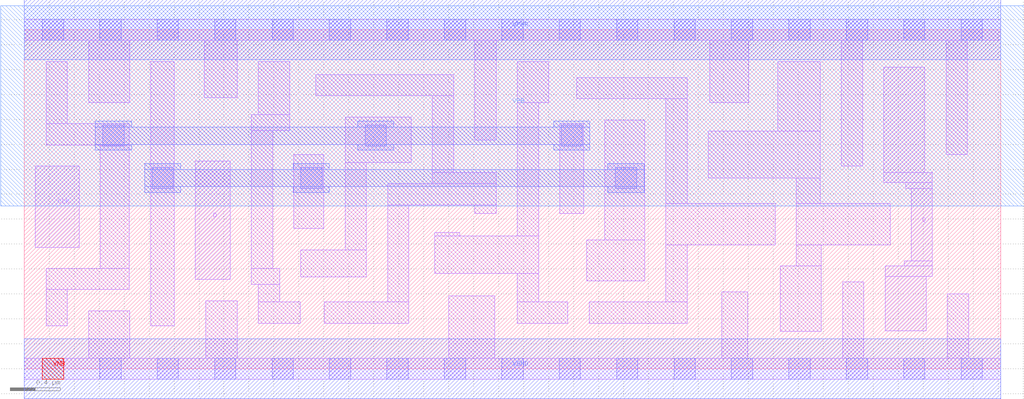
<source format=lef>
# Copyright 2020 The SkyWater PDK Authors
#
# Licensed under the Apache License, Version 2.0 (the "License");
# you may not use this file except in compliance with the License.
# You may obtain a copy of the License at
#
#     https://www.apache.org/licenses/LICENSE-2.0
#
# Unless required by applicable law or agreed to in writing, software
# distributed under the License is distributed on an "AS IS" BASIS,
# WITHOUT WARRANTIES OR CONDITIONS OF ANY KIND, either express or implied.
# See the License for the specific language governing permissions and
# limitations under the License.
#
# SPDX-License-Identifier: Apache-2.0

VERSION 5.7 ;
  NOWIREEXTENSIONATPIN ON ;
  DIVIDERCHAR "/" ;
  BUSBITCHARS "[]" ;
MACRO sky130_fd_sc_hd__dfxtp_2
  CLASS CORE ;
  FOREIGN sky130_fd_sc_hd__dfxtp_2 ;
  ORIGIN  0.000000  0.000000 ;
  SIZE  7.820000 BY  2.720000 ;
  SYMMETRY X Y R90 ;
  SITE unithd ;
  PIN D
    ANTENNAGATEAREA  0.126000 ;
    DIRECTION INPUT ;
    USE SIGNAL ;
    PORT
      LAYER li1 ;
        RECT 1.370000 0.715000 1.650000 1.665000 ;
    END
  END D
  PIN Q
    ANTENNADIFFAREA  0.445500 ;
    DIRECTION OUTPUT ;
    USE SIGNAL ;
    PORT
      LAYER li1 ;
        RECT 6.885000 1.495000 7.275000 1.575000 ;
        RECT 6.885000 1.575000 7.215000 2.420000 ;
        RECT 6.895000 0.305000 7.225000 0.740000 ;
        RECT 6.895000 0.740000 7.275000 0.825000 ;
        RECT 7.050000 0.825000 7.275000 0.865000 ;
        RECT 7.060000 1.445000 7.275000 1.495000 ;
        RECT 7.105000 0.865000 7.275000 1.445000 ;
    END
  END Q
  PIN VNB
    PORT
      LAYER pwell ;
        RECT 0.145000 -0.085000 0.315000 0.085000 ;
    END
  END VNB
  PIN VPB
    PORT
      LAYER nwell ;
        RECT -0.190000 1.305000 8.010000 2.910000 ;
    END
  END VPB
  PIN CLK
    ANTENNAGATEAREA  0.159000 ;
    DIRECTION INPUT ;
    USE CLOCK ;
    PORT
      LAYER li1 ;
        RECT 0.090000 0.975000 0.440000 1.625000 ;
    END
  END CLK
  PIN VGND
    DIRECTION INOUT ;
    SHAPE ABUTMENT ;
    USE GROUND ;
    PORT
      LAYER met1 ;
        RECT 0.000000 -0.240000 7.820000 0.240000 ;
    END
  END VGND
  PIN VPWR
    DIRECTION INOUT ;
    SHAPE ABUTMENT ;
    USE POWER ;
    PORT
      LAYER met1 ;
        RECT 0.000000 2.480000 7.820000 2.960000 ;
    END
  END VPWR
  OBS
    LAYER li1 ;
      RECT 0.000000 -0.085000 7.820000 0.085000 ;
      RECT 0.000000  2.635000 7.820000 2.805000 ;
      RECT 0.175000  0.345000 0.345000 0.635000 ;
      RECT 0.175000  0.635000 0.840000 0.805000 ;
      RECT 0.175000  1.795000 0.840000 1.965000 ;
      RECT 0.175000  1.965000 0.345000 2.465000 ;
      RECT 0.515000  0.085000 0.845000 0.465000 ;
      RECT 0.515000  2.135000 0.845000 2.635000 ;
      RECT 0.610000  0.805000 0.840000 1.795000 ;
      RECT 1.015000  0.345000 1.200000 2.465000 ;
      RECT 1.440000  2.175000 1.705000 2.635000 ;
      RECT 1.455000  0.085000 1.705000 0.545000 ;
      RECT 1.820000  0.675000 2.045000 0.805000 ;
      RECT 1.820000  0.805000 1.990000 1.910000 ;
      RECT 1.820000  1.910000 2.125000 2.040000 ;
      RECT 1.875000  0.365000 2.210000 0.535000 ;
      RECT 1.875000  0.535000 2.045000 0.675000 ;
      RECT 1.875000  2.040000 2.125000 2.465000 ;
      RECT 2.160000  1.125000 2.400000 1.720000 ;
      RECT 2.215000  0.735000 2.740000 0.955000 ;
      RECT 2.335000  2.190000 3.440000 2.360000 ;
      RECT 2.405000  0.365000 3.080000 0.535000 ;
      RECT 2.570000  0.955000 2.740000 1.655000 ;
      RECT 2.570000  1.655000 3.100000 2.020000 ;
      RECT 2.910000  0.535000 3.080000 1.315000 ;
      RECT 2.910000  1.315000 3.780000 1.485000 ;
      RECT 3.270000  1.485000 3.780000 1.575000 ;
      RECT 3.270000  1.575000 3.440000 2.190000 ;
      RECT 3.290000  0.765000 4.120000 1.065000 ;
      RECT 3.290000  1.065000 3.490000 1.095000 ;
      RECT 3.400000  0.085000 3.770000 0.585000 ;
      RECT 3.610000  1.245000 3.780000 1.315000 ;
      RECT 3.610000  1.835000 3.780000 2.635000 ;
      RECT 3.950000  0.365000 4.355000 0.535000 ;
      RECT 3.950000  0.535000 4.120000 0.765000 ;
      RECT 3.950000  1.065000 4.120000 2.135000 ;
      RECT 3.950000  2.135000 4.200000 2.465000 ;
      RECT 4.290000  1.245000 4.480000 1.965000 ;
      RECT 4.425000  2.165000 5.310000 2.335000 ;
      RECT 4.505000  0.705000 4.970000 1.035000 ;
      RECT 4.525000  0.365000 5.310000 0.535000 ;
      RECT 4.650000  1.035000 4.970000 1.995000 ;
      RECT 5.140000  0.535000 5.310000 0.995000 ;
      RECT 5.140000  0.995000 6.015000 1.325000 ;
      RECT 5.140000  1.325000 5.310000 2.165000 ;
      RECT 5.480000  1.530000 6.375000 1.905000 ;
      RECT 5.490000  2.135000 5.805000 2.635000 ;
      RECT 5.585000  0.085000 5.795000 0.615000 ;
      RECT 6.035000  1.905000 6.375000 2.465000 ;
      RECT 6.055000  0.300000 6.385000 0.825000 ;
      RECT 6.185000  0.825000 6.385000 0.995000 ;
      RECT 6.185000  0.995000 6.935000 1.325000 ;
      RECT 6.185000  1.325000 6.375000 1.530000 ;
      RECT 6.545000  1.625000 6.715000 2.635000 ;
      RECT 6.555000  0.085000 6.725000 0.695000 ;
      RECT 7.385000  1.720000 7.555000 2.635000 ;
      RECT 7.395000  0.085000 7.565000 0.600000 ;
    LAYER mcon ;
      RECT 0.145000 -0.085000 0.315000 0.085000 ;
      RECT 0.145000  2.635000 0.315000 2.805000 ;
      RECT 0.605000 -0.085000 0.775000 0.085000 ;
      RECT 0.605000  2.635000 0.775000 2.805000 ;
      RECT 0.630000  1.785000 0.800000 1.955000 ;
      RECT 1.025000  1.445000 1.195000 1.615000 ;
      RECT 1.065000 -0.085000 1.235000 0.085000 ;
      RECT 1.065000  2.635000 1.235000 2.805000 ;
      RECT 1.525000 -0.085000 1.695000 0.085000 ;
      RECT 1.525000  2.635000 1.695000 2.805000 ;
      RECT 1.985000 -0.085000 2.155000 0.085000 ;
      RECT 1.985000  2.635000 2.155000 2.805000 ;
      RECT 2.215000  1.445000 2.385000 1.615000 ;
      RECT 2.445000 -0.085000 2.615000 0.085000 ;
      RECT 2.445000  2.635000 2.615000 2.805000 ;
      RECT 2.730000  1.785000 2.900000 1.955000 ;
      RECT 2.905000 -0.085000 3.075000 0.085000 ;
      RECT 2.905000  2.635000 3.075000 2.805000 ;
      RECT 3.365000 -0.085000 3.535000 0.085000 ;
      RECT 3.365000  2.635000 3.535000 2.805000 ;
      RECT 3.825000 -0.085000 3.995000 0.085000 ;
      RECT 3.825000  2.635000 3.995000 2.805000 ;
      RECT 4.285000 -0.085000 4.455000 0.085000 ;
      RECT 4.285000  2.635000 4.455000 2.805000 ;
      RECT 4.300000  1.785000 4.470000 1.955000 ;
      RECT 4.735000  1.445000 4.905000 1.615000 ;
      RECT 4.745000 -0.085000 4.915000 0.085000 ;
      RECT 4.745000  2.635000 4.915000 2.805000 ;
      RECT 5.205000 -0.085000 5.375000 0.085000 ;
      RECT 5.205000  2.635000 5.375000 2.805000 ;
      RECT 5.665000 -0.085000 5.835000 0.085000 ;
      RECT 5.665000  2.635000 5.835000 2.805000 ;
      RECT 6.125000 -0.085000 6.295000 0.085000 ;
      RECT 6.125000  2.635000 6.295000 2.805000 ;
      RECT 6.585000 -0.085000 6.755000 0.085000 ;
      RECT 6.585000  2.635000 6.755000 2.805000 ;
      RECT 7.045000 -0.085000 7.215000 0.085000 ;
      RECT 7.045000  2.635000 7.215000 2.805000 ;
      RECT 7.505000 -0.085000 7.675000 0.085000 ;
      RECT 7.505000  2.635000 7.675000 2.805000 ;
    LAYER met1 ;
      RECT 0.570000 1.755000 0.860000 1.800000 ;
      RECT 0.570000 1.800000 4.530000 1.940000 ;
      RECT 0.570000 1.940000 0.860000 1.985000 ;
      RECT 0.965000 1.415000 1.255000 1.460000 ;
      RECT 0.965000 1.460000 4.965000 1.600000 ;
      RECT 0.965000 1.600000 1.255000 1.645000 ;
      RECT 2.155000 1.415000 2.445000 1.460000 ;
      RECT 2.155000 1.600000 2.445000 1.645000 ;
      RECT 2.670000 1.755000 2.960000 1.800000 ;
      RECT 2.670000 1.940000 2.960000 1.985000 ;
      RECT 4.240000 1.755000 4.530000 1.800000 ;
      RECT 4.240000 1.940000 4.530000 1.985000 ;
      RECT 4.675000 1.415000 4.965000 1.460000 ;
      RECT 4.675000 1.600000 4.965000 1.645000 ;
  END
END sky130_fd_sc_hd__dfxtp_2
END LIBRARY

</source>
